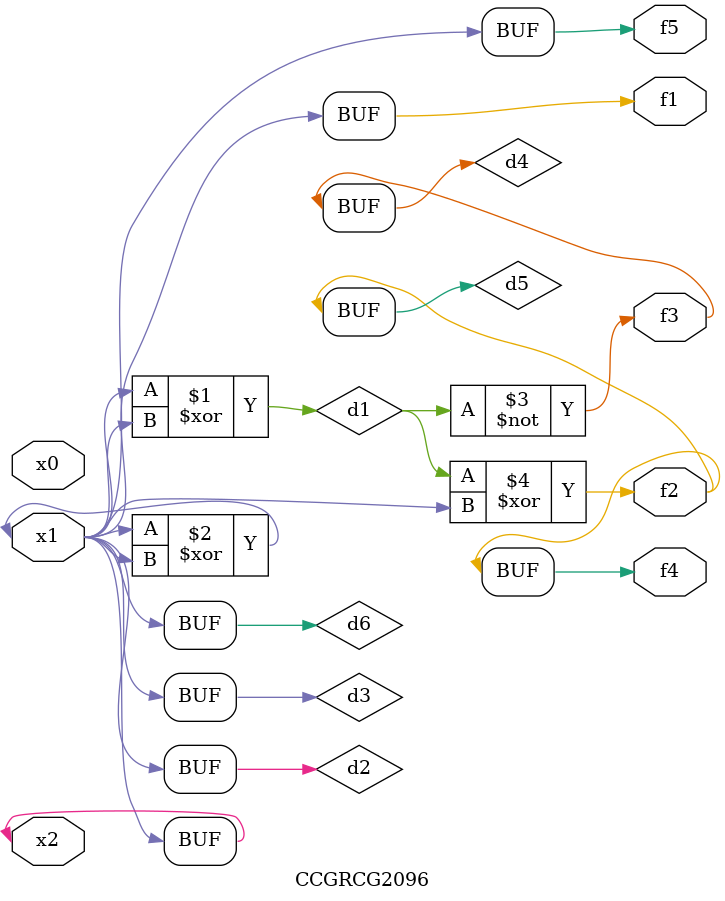
<source format=v>
module CCGRCG2096(
	input x0, x1, x2,
	output f1, f2, f3, f4, f5
);

	wire d1, d2, d3, d4, d5, d6;

	xor (d1, x1, x2);
	buf (d2, x1, x2);
	xor (d3, x1, x2);
	nor (d4, d1);
	xor (d5, d1, d2);
	buf (d6, d2, d3);
	assign f1 = d6;
	assign f2 = d5;
	assign f3 = d4;
	assign f4 = d5;
	assign f5 = d6;
endmodule

</source>
